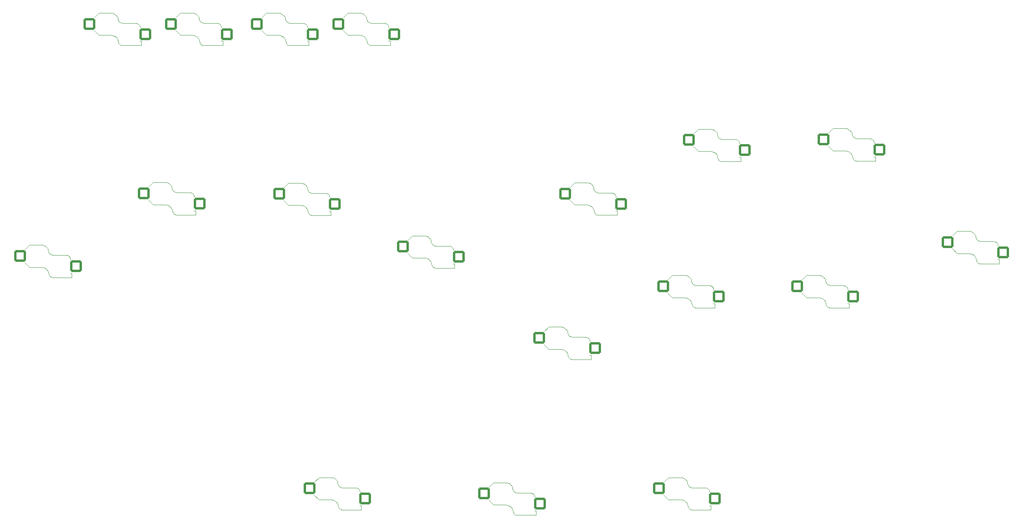
<source format=gbo>
G04 #@! TF.GenerationSoftware,KiCad,Pcbnew,8.0.1*
G04 #@! TF.CreationDate,2024-04-24T00:06:35-04:00*
G04 #@! TF.ProjectId,leviathan,6c657669-6174-4686-916e-2e6b69636164,rev?*
G04 #@! TF.SameCoordinates,Original*
G04 #@! TF.FileFunction,Legend,Bot*
G04 #@! TF.FilePolarity,Positive*
%FSLAX46Y46*%
G04 Gerber Fmt 4.6, Leading zero omitted, Abs format (unit mm)*
G04 Created by KiCad (PCBNEW 8.0.1) date 2024-04-24 00:06:35*
%MOMM*%
%LPD*%
G01*
G04 APERTURE LIST*
G04 Aperture macros list*
%AMRoundRect*
0 Rectangle with rounded corners*
0 $1 Rounding radius*
0 $2 $3 $4 $5 $6 $7 $8 $9 X,Y pos of 4 corners*
0 Add a 4 corners polygon primitive as box body*
4,1,4,$2,$3,$4,$5,$6,$7,$8,$9,$2,$3,0*
0 Add four circle primitives for the rounded corners*
1,1,$1+$1,$2,$3*
1,1,$1+$1,$4,$5*
1,1,$1+$1,$6,$7*
1,1,$1+$1,$8,$9*
0 Add four rect primitives between the rounded corners*
20,1,$1+$1,$2,$3,$4,$5,0*
20,1,$1+$1,$4,$5,$6,$7,0*
20,1,$1+$1,$6,$7,$8,$9,0*
20,1,$1+$1,$8,$9,$2,$3,0*%
G04 Aperture macros list end*
%ADD10C,0.120000*%
%ADD11C,1.900000*%
%ADD12C,1.600000*%
%ADD13C,3.050000*%
%ADD14C,5.050000*%
%ADD15RoundRect,0.250000X-1.025000X-1.000000X1.025000X-1.000000X1.025000X1.000000X-1.025000X1.000000X0*%
%ADD16C,6.400000*%
G04 APERTURE END LIST*
D10*
X117984000Y-60641000D02*
X118921000Y-59704000D01*
X118921000Y-59704000D02*
X121668000Y-59704000D01*
X118921000Y-64496000D02*
X117900000Y-63475000D01*
X121568000Y-64496000D02*
X118921000Y-64496000D01*
X121668000Y-59704000D02*
X122071000Y-59784000D01*
X122071000Y-59784000D02*
X122413000Y-60013000D01*
X122130000Y-64601000D02*
X121568000Y-64496000D01*
X122413000Y-60013000D02*
X122946000Y-60546000D01*
X122609000Y-64900000D02*
X122130000Y-64601000D01*
X122946000Y-60546000D02*
X122946000Y-60768000D01*
X122946000Y-60768000D02*
X123033000Y-61206000D01*
X122947000Y-65353000D02*
X122609000Y-64900000D01*
X123033000Y-61206000D02*
X123277000Y-61573000D01*
X123101000Y-65911000D02*
X122947000Y-65353000D01*
X123183000Y-66209000D02*
X123101000Y-65911000D01*
X123277000Y-61573000D02*
X123644000Y-61817000D01*
X123376000Y-66467000D02*
X123183000Y-66209000D01*
X123644000Y-61817000D02*
X124082000Y-61904000D01*
X123650000Y-66637000D02*
X123376000Y-66467000D01*
X123960000Y-66696000D02*
X123650000Y-66637000D01*
X124082000Y-61904000D02*
X126882000Y-61904000D01*
X126882000Y-61904000D02*
X127209000Y-61969000D01*
X127209000Y-61969000D02*
X127492000Y-62158000D01*
X127492000Y-62158000D02*
X127681000Y-62441000D01*
X127681000Y-62441000D02*
X127766000Y-62868000D01*
X127683000Y-65754000D02*
X128046000Y-65754000D01*
X128046000Y-65754000D02*
X128046000Y-66696000D01*
X128046000Y-66696000D02*
X123960000Y-66696000D01*
X144584000Y-71991000D02*
X145521000Y-71054000D01*
X145521000Y-71054000D02*
X148268000Y-71054000D01*
X145521000Y-75846000D02*
X144500000Y-74825000D01*
X148168000Y-75846000D02*
X145521000Y-75846000D01*
X148268000Y-71054000D02*
X148671000Y-71134000D01*
X148671000Y-71134000D02*
X149013000Y-71363000D01*
X148730000Y-75951000D02*
X148168000Y-75846000D01*
X149013000Y-71363000D02*
X149546000Y-71896000D01*
X149209000Y-76250000D02*
X148730000Y-75951000D01*
X149546000Y-71896000D02*
X149546000Y-72118000D01*
X149546000Y-72118000D02*
X149633000Y-72556000D01*
X149547000Y-76703000D02*
X149209000Y-76250000D01*
X149633000Y-72556000D02*
X149877000Y-72923000D01*
X149701000Y-77261000D02*
X149547000Y-76703000D01*
X149783000Y-77559000D02*
X149701000Y-77261000D01*
X149877000Y-72923000D02*
X150244000Y-73167000D01*
X149976000Y-77817000D02*
X149783000Y-77559000D01*
X150244000Y-73167000D02*
X150682000Y-73254000D01*
X150250000Y-77987000D02*
X149976000Y-77817000D01*
X150560000Y-78046000D02*
X150250000Y-77987000D01*
X150682000Y-73254000D02*
X153482000Y-73254000D01*
X153482000Y-73254000D02*
X153809000Y-73319000D01*
X153809000Y-73319000D02*
X154092000Y-73508000D01*
X154092000Y-73508000D02*
X154281000Y-73791000D01*
X154281000Y-73791000D02*
X154366000Y-74218000D01*
X154283000Y-77104000D02*
X154646000Y-77104000D01*
X154646000Y-77104000D02*
X154646000Y-78046000D01*
X154646000Y-78046000D02*
X150560000Y-78046000D01*
X162084000Y-125091000D02*
X163021000Y-124154000D01*
X163021000Y-124154000D02*
X165768000Y-124154000D01*
X163021000Y-128946000D02*
X162000000Y-127925000D01*
X165668000Y-128946000D02*
X163021000Y-128946000D01*
X165768000Y-124154000D02*
X166171000Y-124234000D01*
X166171000Y-124234000D02*
X166513000Y-124463000D01*
X166230000Y-129051000D02*
X165668000Y-128946000D01*
X166513000Y-124463000D02*
X167046000Y-124996000D01*
X166709000Y-129350000D02*
X166230000Y-129051000D01*
X167046000Y-124996000D02*
X167046000Y-125218000D01*
X167046000Y-125218000D02*
X167133000Y-125656000D01*
X167047000Y-129803000D02*
X166709000Y-129350000D01*
X167133000Y-125656000D02*
X167377000Y-126023000D01*
X167201000Y-130361000D02*
X167047000Y-129803000D01*
X167283000Y-130659000D02*
X167201000Y-130361000D01*
X167377000Y-126023000D02*
X167744000Y-126267000D01*
X167476000Y-130917000D02*
X167283000Y-130659000D01*
X167744000Y-126267000D02*
X168182000Y-126354000D01*
X167750000Y-131087000D02*
X167476000Y-130917000D01*
X168060000Y-131146000D02*
X167750000Y-131087000D01*
X168182000Y-126354000D02*
X170982000Y-126354000D01*
X170982000Y-126354000D02*
X171309000Y-126419000D01*
X171309000Y-126419000D02*
X171592000Y-126608000D01*
X171592000Y-126608000D02*
X171781000Y-126891000D01*
X171781000Y-126891000D02*
X171866000Y-127318000D01*
X171783000Y-130204000D02*
X172146000Y-130204000D01*
X172146000Y-130204000D02*
X172146000Y-131146000D01*
X172146000Y-131146000D02*
X168060000Y-131146000D01*
X179524000Y-60581000D02*
X180461000Y-59644000D01*
X180461000Y-59644000D02*
X183208000Y-59644000D01*
X180461000Y-64436000D02*
X179440000Y-63415000D01*
X183108000Y-64436000D02*
X180461000Y-64436000D01*
X183208000Y-59644000D02*
X183611000Y-59724000D01*
X183611000Y-59724000D02*
X183953000Y-59953000D01*
X183670000Y-64541000D02*
X183108000Y-64436000D01*
X183953000Y-59953000D02*
X184486000Y-60486000D01*
X184149000Y-64840000D02*
X183670000Y-64541000D01*
X184486000Y-60486000D02*
X184486000Y-60708000D01*
X184486000Y-60708000D02*
X184573000Y-61146000D01*
X184487000Y-65293000D02*
X184149000Y-64840000D01*
X184573000Y-61146000D02*
X184817000Y-61513000D01*
X184641000Y-65851000D02*
X184487000Y-65293000D01*
X184723000Y-66149000D02*
X184641000Y-65851000D01*
X184817000Y-61513000D02*
X185184000Y-61757000D01*
X184916000Y-66407000D02*
X184723000Y-66149000D01*
X185184000Y-61757000D02*
X185622000Y-61844000D01*
X185190000Y-66577000D02*
X184916000Y-66407000D01*
X185500000Y-66636000D02*
X185190000Y-66577000D01*
X185622000Y-61844000D02*
X188422000Y-61844000D01*
X188422000Y-61844000D02*
X188749000Y-61909000D01*
X188749000Y-61909000D02*
X189032000Y-62098000D01*
X189032000Y-62098000D02*
X189221000Y-62381000D01*
X189221000Y-62381000D02*
X189306000Y-62808000D01*
X189223000Y-65694000D02*
X189586000Y-65694000D01*
X189586000Y-65694000D02*
X189586000Y-66636000D01*
X189586000Y-66636000D02*
X185500000Y-66636000D01*
X206084000Y-49051000D02*
X207021000Y-48114000D01*
X207021000Y-48114000D02*
X209768000Y-48114000D01*
X207021000Y-52906000D02*
X206000000Y-51885000D01*
X209668000Y-52906000D02*
X207021000Y-52906000D01*
X209768000Y-48114000D02*
X210171000Y-48194000D01*
X210171000Y-48194000D02*
X210513000Y-48423000D01*
X210230000Y-53011000D02*
X209668000Y-52906000D01*
X210513000Y-48423000D02*
X211046000Y-48956000D01*
X210709000Y-53310000D02*
X210230000Y-53011000D01*
X211046000Y-48956000D02*
X211046000Y-49178000D01*
X211046000Y-49178000D02*
X211133000Y-49616000D01*
X211047000Y-53763000D02*
X210709000Y-53310000D01*
X211133000Y-49616000D02*
X211377000Y-49983000D01*
X211201000Y-54321000D02*
X211047000Y-53763000D01*
X211283000Y-54619000D02*
X211201000Y-54321000D01*
X211377000Y-49983000D02*
X211744000Y-50227000D01*
X211476000Y-54877000D02*
X211283000Y-54619000D01*
X211744000Y-50227000D02*
X212182000Y-50314000D01*
X211750000Y-55047000D02*
X211476000Y-54877000D01*
X212060000Y-55106000D02*
X211750000Y-55047000D01*
X212182000Y-50314000D02*
X214982000Y-50314000D01*
X214982000Y-50314000D02*
X215309000Y-50379000D01*
X215309000Y-50379000D02*
X215592000Y-50568000D01*
X215592000Y-50568000D02*
X215781000Y-50851000D01*
X215781000Y-50851000D02*
X215866000Y-51278000D01*
X215783000Y-54164000D02*
X216146000Y-54164000D01*
X216146000Y-54164000D02*
X216146000Y-55106000D01*
X216146000Y-55106000D02*
X212060000Y-55106000D01*
X235054000Y-48931000D02*
X235991000Y-47994000D01*
X235991000Y-47994000D02*
X238738000Y-47994000D01*
X235991000Y-52786000D02*
X234970000Y-51765000D01*
X238638000Y-52786000D02*
X235991000Y-52786000D01*
X238738000Y-47994000D02*
X239141000Y-48074000D01*
X239141000Y-48074000D02*
X239483000Y-48303000D01*
X239200000Y-52891000D02*
X238638000Y-52786000D01*
X239483000Y-48303000D02*
X240016000Y-48836000D01*
X239679000Y-53190000D02*
X239200000Y-52891000D01*
X240016000Y-48836000D02*
X240016000Y-49058000D01*
X240016000Y-49058000D02*
X240103000Y-49496000D01*
X240017000Y-53643000D02*
X239679000Y-53190000D01*
X240103000Y-49496000D02*
X240347000Y-49863000D01*
X240171000Y-54201000D02*
X240017000Y-53643000D01*
X240253000Y-54499000D02*
X240171000Y-54201000D01*
X240347000Y-49863000D02*
X240714000Y-50107000D01*
X240446000Y-54757000D02*
X240253000Y-54499000D01*
X240714000Y-50107000D02*
X241152000Y-50194000D01*
X240720000Y-54927000D02*
X240446000Y-54757000D01*
X241030000Y-54986000D02*
X240720000Y-54927000D01*
X241152000Y-50194000D02*
X243952000Y-50194000D01*
X243952000Y-50194000D02*
X244279000Y-50259000D01*
X244279000Y-50259000D02*
X244562000Y-50448000D01*
X244562000Y-50448000D02*
X244751000Y-50731000D01*
X244751000Y-50731000D02*
X244836000Y-51158000D01*
X244753000Y-54044000D02*
X245116000Y-54044000D01*
X245116000Y-54044000D02*
X245116000Y-54986000D01*
X245116000Y-54986000D02*
X241030000Y-54986000D01*
X173914000Y-91621000D02*
X174851000Y-90684000D01*
X174851000Y-90684000D02*
X177598000Y-90684000D01*
X174851000Y-95476000D02*
X173830000Y-94455000D01*
X177498000Y-95476000D02*
X174851000Y-95476000D01*
X177598000Y-90684000D02*
X178001000Y-90764000D01*
X178001000Y-90764000D02*
X178343000Y-90993000D01*
X178060000Y-95581000D02*
X177498000Y-95476000D01*
X178343000Y-90993000D02*
X178876000Y-91526000D01*
X178539000Y-95880000D02*
X178060000Y-95581000D01*
X178876000Y-91526000D02*
X178876000Y-91748000D01*
X178876000Y-91748000D02*
X178963000Y-92186000D01*
X178877000Y-96333000D02*
X178539000Y-95880000D01*
X178963000Y-92186000D02*
X179207000Y-92553000D01*
X179031000Y-96891000D02*
X178877000Y-96333000D01*
X179113000Y-97189000D02*
X179031000Y-96891000D01*
X179207000Y-92553000D02*
X179574000Y-92797000D01*
X179306000Y-97447000D02*
X179113000Y-97189000D01*
X179574000Y-92797000D02*
X180012000Y-92884000D01*
X179580000Y-97617000D02*
X179306000Y-97447000D01*
X179890000Y-97676000D02*
X179580000Y-97617000D01*
X180012000Y-92884000D02*
X182812000Y-92884000D01*
X182812000Y-92884000D02*
X183139000Y-92949000D01*
X183139000Y-92949000D02*
X183422000Y-93138000D01*
X183422000Y-93138000D02*
X183611000Y-93421000D01*
X183611000Y-93421000D02*
X183696000Y-93848000D01*
X183613000Y-96734000D02*
X183976000Y-96734000D01*
X183976000Y-96734000D02*
X183976000Y-97676000D01*
X183976000Y-97676000D02*
X179890000Y-97676000D01*
X200524000Y-80511000D02*
X201461000Y-79574000D01*
X201461000Y-79574000D02*
X204208000Y-79574000D01*
X201461000Y-84366000D02*
X200440000Y-83345000D01*
X204108000Y-84366000D02*
X201461000Y-84366000D01*
X204208000Y-79574000D02*
X204611000Y-79654000D01*
X204611000Y-79654000D02*
X204953000Y-79883000D01*
X204670000Y-84471000D02*
X204108000Y-84366000D01*
X204953000Y-79883000D02*
X205486000Y-80416000D01*
X205149000Y-84770000D02*
X204670000Y-84471000D01*
X205486000Y-80416000D02*
X205486000Y-80638000D01*
X205486000Y-80638000D02*
X205573000Y-81076000D01*
X205487000Y-85223000D02*
X205149000Y-84770000D01*
X205573000Y-81076000D02*
X205817000Y-81443000D01*
X205641000Y-85781000D02*
X205487000Y-85223000D01*
X205723000Y-86079000D02*
X205641000Y-85781000D01*
X205817000Y-81443000D02*
X206184000Y-81687000D01*
X205916000Y-86337000D02*
X205723000Y-86079000D01*
X206184000Y-81687000D02*
X206622000Y-81774000D01*
X206190000Y-86507000D02*
X205916000Y-86337000D01*
X206500000Y-86566000D02*
X206190000Y-86507000D01*
X206622000Y-81774000D02*
X209422000Y-81774000D01*
X209422000Y-81774000D02*
X209749000Y-81839000D01*
X209749000Y-81839000D02*
X210032000Y-82028000D01*
X210032000Y-82028000D02*
X210221000Y-82311000D01*
X210221000Y-82311000D02*
X210306000Y-82738000D01*
X210223000Y-85624000D02*
X210586000Y-85624000D01*
X210586000Y-85624000D02*
X210586000Y-86566000D01*
X210586000Y-86566000D02*
X206500000Y-86566000D01*
X229374000Y-80511000D02*
X230311000Y-79574000D01*
X230311000Y-79574000D02*
X233058000Y-79574000D01*
X230311000Y-84366000D02*
X229290000Y-83345000D01*
X232958000Y-84366000D02*
X230311000Y-84366000D01*
X233058000Y-79574000D02*
X233461000Y-79654000D01*
X233461000Y-79654000D02*
X233803000Y-79883000D01*
X233520000Y-84471000D02*
X232958000Y-84366000D01*
X233803000Y-79883000D02*
X234336000Y-80416000D01*
X233999000Y-84770000D02*
X233520000Y-84471000D01*
X234336000Y-80416000D02*
X234336000Y-80638000D01*
X234336000Y-80638000D02*
X234423000Y-81076000D01*
X234337000Y-85223000D02*
X233999000Y-84770000D01*
X234423000Y-81076000D02*
X234667000Y-81443000D01*
X234491000Y-85781000D02*
X234337000Y-85223000D01*
X234573000Y-86079000D02*
X234491000Y-85781000D01*
X234667000Y-81443000D02*
X235034000Y-81687000D01*
X234766000Y-86337000D02*
X234573000Y-86079000D01*
X235034000Y-81687000D02*
X235472000Y-81774000D01*
X235040000Y-86507000D02*
X234766000Y-86337000D01*
X235350000Y-86566000D02*
X235040000Y-86507000D01*
X235472000Y-81774000D02*
X238272000Y-81774000D01*
X238272000Y-81774000D02*
X238599000Y-81839000D01*
X238599000Y-81839000D02*
X238882000Y-82028000D01*
X238882000Y-82028000D02*
X239071000Y-82311000D01*
X239071000Y-82311000D02*
X239156000Y-82738000D01*
X239073000Y-85624000D02*
X239436000Y-85624000D01*
X239436000Y-85624000D02*
X239436000Y-86566000D01*
X239436000Y-86566000D02*
X235350000Y-86566000D01*
X88889000Y-60521000D02*
X89826000Y-59584000D01*
X89826000Y-59584000D02*
X92573000Y-59584000D01*
X89826000Y-64376000D02*
X88805000Y-63355000D01*
X92473000Y-64376000D02*
X89826000Y-64376000D01*
X92573000Y-59584000D02*
X92976000Y-59664000D01*
X92976000Y-59664000D02*
X93318000Y-59893000D01*
X93035000Y-64481000D02*
X92473000Y-64376000D01*
X93318000Y-59893000D02*
X93851000Y-60426000D01*
X93514000Y-64780000D02*
X93035000Y-64481000D01*
X93851000Y-60426000D02*
X93851000Y-60648000D01*
X93851000Y-60648000D02*
X93938000Y-61086000D01*
X93852000Y-65233000D02*
X93514000Y-64780000D01*
X93938000Y-61086000D02*
X94182000Y-61453000D01*
X94006000Y-65791000D02*
X93852000Y-65233000D01*
X94088000Y-66089000D02*
X94006000Y-65791000D01*
X94182000Y-61453000D02*
X94549000Y-61697000D01*
X94281000Y-66347000D02*
X94088000Y-66089000D01*
X94549000Y-61697000D02*
X94987000Y-61784000D01*
X94555000Y-66517000D02*
X94281000Y-66347000D01*
X94865000Y-66576000D02*
X94555000Y-66517000D01*
X94987000Y-61784000D02*
X97787000Y-61784000D01*
X97787000Y-61784000D02*
X98114000Y-61849000D01*
X98114000Y-61849000D02*
X98397000Y-62038000D01*
X98397000Y-62038000D02*
X98586000Y-62321000D01*
X98586000Y-62321000D02*
X98671000Y-62748000D01*
X98588000Y-65634000D02*
X98951000Y-65634000D01*
X98951000Y-65634000D02*
X98951000Y-66576000D01*
X98951000Y-66576000D02*
X94865000Y-66576000D01*
X94721500Y-24091000D02*
X95658500Y-23154000D01*
X95658500Y-23154000D02*
X98405500Y-23154000D01*
X95658500Y-27946000D02*
X94637500Y-26925000D01*
X98305500Y-27946000D02*
X95658500Y-27946000D01*
X98405500Y-23154000D02*
X98808500Y-23234000D01*
X98808500Y-23234000D02*
X99150500Y-23463000D01*
X98867500Y-28051000D02*
X98305500Y-27946000D01*
X99150500Y-23463000D02*
X99683500Y-23996000D01*
X99346500Y-28350000D02*
X98867500Y-28051000D01*
X99683500Y-23996000D02*
X99683500Y-24218000D01*
X99683500Y-24218000D02*
X99770500Y-24656000D01*
X99684500Y-28803000D02*
X99346500Y-28350000D01*
X99770500Y-24656000D02*
X100014500Y-25023000D01*
X99838500Y-29361000D02*
X99684500Y-28803000D01*
X99920500Y-29659000D02*
X99838500Y-29361000D01*
X100014500Y-25023000D02*
X100381500Y-25267000D01*
X100113500Y-29917000D02*
X99920500Y-29659000D01*
X100381500Y-25267000D02*
X100819500Y-25354000D01*
X100387500Y-30087000D02*
X100113500Y-29917000D01*
X100697500Y-30146000D02*
X100387500Y-30087000D01*
X100819500Y-25354000D02*
X103619500Y-25354000D01*
X103619500Y-25354000D02*
X103946500Y-25419000D01*
X103946500Y-25419000D02*
X104229500Y-25608000D01*
X104229500Y-25608000D02*
X104418500Y-25891000D01*
X104418500Y-25891000D02*
X104503500Y-26318000D01*
X104420500Y-29204000D02*
X104783500Y-29204000D01*
X104783500Y-29204000D02*
X104783500Y-30146000D01*
X104783500Y-30146000D02*
X100697500Y-30146000D01*
X113220500Y-24091000D02*
X114157500Y-23154000D01*
X114157500Y-23154000D02*
X116904500Y-23154000D01*
X114157500Y-27946000D02*
X113136500Y-26925000D01*
X116804500Y-27946000D02*
X114157500Y-27946000D01*
X116904500Y-23154000D02*
X117307500Y-23234000D01*
X117307500Y-23234000D02*
X117649500Y-23463000D01*
X117366500Y-28051000D02*
X116804500Y-27946000D01*
X117649500Y-23463000D02*
X118182500Y-23996000D01*
X117845500Y-28350000D02*
X117366500Y-28051000D01*
X118182500Y-23996000D02*
X118182500Y-24218000D01*
X118182500Y-24218000D02*
X118269500Y-24656000D01*
X118183500Y-28803000D02*
X117845500Y-28350000D01*
X118269500Y-24656000D02*
X118513500Y-25023000D01*
X118337500Y-29361000D02*
X118183500Y-28803000D01*
X118419500Y-29659000D02*
X118337500Y-29361000D01*
X118513500Y-25023000D02*
X118880500Y-25267000D01*
X118612500Y-29917000D02*
X118419500Y-29659000D01*
X118880500Y-25267000D02*
X119318500Y-25354000D01*
X118886500Y-30087000D02*
X118612500Y-29917000D01*
X119196500Y-30146000D02*
X118886500Y-30087000D01*
X119318500Y-25354000D02*
X122118500Y-25354000D01*
X122118500Y-25354000D02*
X122445500Y-25419000D01*
X122445500Y-25419000D02*
X122728500Y-25608000D01*
X122728500Y-25608000D02*
X122917500Y-25891000D01*
X122917500Y-25891000D02*
X123002500Y-26318000D01*
X122919500Y-29204000D02*
X123282500Y-29204000D01*
X123282500Y-29204000D02*
X123282500Y-30146000D01*
X123282500Y-30146000D02*
X119196500Y-30146000D01*
X77221500Y-24091000D02*
X78158500Y-23154000D01*
X78158500Y-23154000D02*
X80905500Y-23154000D01*
X78158500Y-27946000D02*
X77137500Y-26925000D01*
X80805500Y-27946000D02*
X78158500Y-27946000D01*
X80905500Y-23154000D02*
X81308500Y-23234000D01*
X81308500Y-23234000D02*
X81650500Y-23463000D01*
X81367500Y-28051000D02*
X80805500Y-27946000D01*
X81650500Y-23463000D02*
X82183500Y-23996000D01*
X81846500Y-28350000D02*
X81367500Y-28051000D01*
X82183500Y-23996000D02*
X82183500Y-24218000D01*
X82183500Y-24218000D02*
X82270500Y-24656000D01*
X82184500Y-28803000D02*
X81846500Y-28350000D01*
X82270500Y-24656000D02*
X82514500Y-25023000D01*
X82338500Y-29361000D02*
X82184500Y-28803000D01*
X82420500Y-29659000D02*
X82338500Y-29361000D01*
X82514500Y-25023000D02*
X82881500Y-25267000D01*
X82613500Y-29917000D02*
X82420500Y-29659000D01*
X82881500Y-25267000D02*
X83319500Y-25354000D01*
X82887500Y-30087000D02*
X82613500Y-29917000D01*
X83197500Y-30146000D02*
X82887500Y-30087000D01*
X83319500Y-25354000D02*
X86119500Y-25354000D01*
X86119500Y-25354000D02*
X86446500Y-25419000D01*
X86446500Y-25419000D02*
X86729500Y-25608000D01*
X86729500Y-25608000D02*
X86918500Y-25891000D01*
X86918500Y-25891000D02*
X87003500Y-26318000D01*
X86920500Y-29204000D02*
X87283500Y-29204000D01*
X87283500Y-29204000D02*
X87283500Y-30146000D01*
X87283500Y-30146000D02*
X83197500Y-30146000D01*
X130721500Y-24091000D02*
X131658500Y-23154000D01*
X131658500Y-23154000D02*
X134405500Y-23154000D01*
X131658500Y-27946000D02*
X130637500Y-26925000D01*
X134305500Y-27946000D02*
X131658500Y-27946000D01*
X134405500Y-23154000D02*
X134808500Y-23234000D01*
X134808500Y-23234000D02*
X135150500Y-23463000D01*
X134867500Y-28051000D02*
X134305500Y-27946000D01*
X135150500Y-23463000D02*
X135683500Y-23996000D01*
X135346500Y-28350000D02*
X134867500Y-28051000D01*
X135683500Y-23996000D02*
X135683500Y-24218000D01*
X135683500Y-24218000D02*
X135770500Y-24656000D01*
X135684500Y-28803000D02*
X135346500Y-28350000D01*
X135770500Y-24656000D02*
X136014500Y-25023000D01*
X135838500Y-29361000D02*
X135684500Y-28803000D01*
X135920500Y-29659000D02*
X135838500Y-29361000D01*
X136014500Y-25023000D02*
X136381500Y-25267000D01*
X136113500Y-29917000D02*
X135920500Y-29659000D01*
X136381500Y-25267000D02*
X136819500Y-25354000D01*
X136387500Y-30087000D02*
X136113500Y-29917000D01*
X136697500Y-30146000D02*
X136387500Y-30087000D01*
X136819500Y-25354000D02*
X139619500Y-25354000D01*
X139619500Y-25354000D02*
X139946500Y-25419000D01*
X139946500Y-25419000D02*
X140229500Y-25608000D01*
X140229500Y-25608000D02*
X140418500Y-25891000D01*
X140418500Y-25891000D02*
X140503500Y-26318000D01*
X140420500Y-29204000D02*
X140783500Y-29204000D01*
X140783500Y-29204000D02*
X140783500Y-30146000D01*
X140783500Y-30146000D02*
X136697500Y-30146000D01*
X62289000Y-73991000D02*
X63226000Y-73054000D01*
X63226000Y-73054000D02*
X65973000Y-73054000D01*
X63226000Y-77846000D02*
X62205000Y-76825000D01*
X65873000Y-77846000D02*
X63226000Y-77846000D01*
X65973000Y-73054000D02*
X66376000Y-73134000D01*
X66376000Y-73134000D02*
X66718000Y-73363000D01*
X66435000Y-77951000D02*
X65873000Y-77846000D01*
X66718000Y-73363000D02*
X67251000Y-73896000D01*
X66914000Y-78250000D02*
X66435000Y-77951000D01*
X67251000Y-73896000D02*
X67251000Y-74118000D01*
X67251000Y-74118000D02*
X67338000Y-74556000D01*
X67252000Y-78703000D02*
X66914000Y-78250000D01*
X67338000Y-74556000D02*
X67582000Y-74923000D01*
X67406000Y-79261000D02*
X67252000Y-78703000D01*
X67488000Y-79559000D02*
X67406000Y-79261000D01*
X67582000Y-74923000D02*
X67949000Y-75167000D01*
X67681000Y-79817000D02*
X67488000Y-79559000D01*
X67949000Y-75167000D02*
X68387000Y-75254000D01*
X67955000Y-79987000D02*
X67681000Y-79817000D01*
X68265000Y-80046000D02*
X67955000Y-79987000D01*
X68387000Y-75254000D02*
X71187000Y-75254000D01*
X71187000Y-75254000D02*
X71514000Y-75319000D01*
X71514000Y-75319000D02*
X71797000Y-75508000D01*
X71797000Y-75508000D02*
X71986000Y-75791000D01*
X71986000Y-75791000D02*
X72071000Y-76218000D01*
X71988000Y-79104000D02*
X72351000Y-79104000D01*
X72351000Y-79104000D02*
X72351000Y-80046000D01*
X72351000Y-80046000D02*
X68265000Y-80046000D01*
X261670255Y-71001082D02*
X262607255Y-70064082D01*
X262607255Y-70064082D02*
X265354255Y-70064082D01*
X262607255Y-74856082D02*
X261586255Y-73835082D01*
X265254255Y-74856082D02*
X262607255Y-74856082D01*
X265354255Y-70064082D02*
X265757255Y-70144082D01*
X265757255Y-70144082D02*
X266099255Y-70373082D01*
X265816255Y-74961082D02*
X265254255Y-74856082D01*
X266099255Y-70373082D02*
X266632255Y-70906082D01*
X266295255Y-75260082D02*
X265816255Y-74961082D01*
X266632255Y-70906082D02*
X266632255Y-71128082D01*
X266632255Y-71128082D02*
X266719255Y-71566082D01*
X266633255Y-75713082D02*
X266295255Y-75260082D01*
X266719255Y-71566082D02*
X266963255Y-71933082D01*
X266787255Y-76271082D02*
X266633255Y-75713082D01*
X266869255Y-76569082D02*
X266787255Y-76271082D01*
X266963255Y-71933082D02*
X267330255Y-72177082D01*
X267062255Y-76827082D02*
X266869255Y-76569082D01*
X267330255Y-72177082D02*
X267768255Y-72264082D01*
X267336255Y-76997082D02*
X267062255Y-76827082D01*
X267646255Y-77056082D02*
X267336255Y-76997082D01*
X267768255Y-72264082D02*
X270568255Y-72264082D01*
X270568255Y-72264082D02*
X270895255Y-72329082D01*
X270895255Y-72329082D02*
X271178255Y-72518082D01*
X271178255Y-72518082D02*
X271367255Y-72801082D01*
X271367255Y-72801082D02*
X271452255Y-73228082D01*
X271369255Y-76114082D02*
X271732255Y-76114082D01*
X271732255Y-76114082D02*
X271732255Y-77056082D01*
X271732255Y-77056082D02*
X267646255Y-77056082D01*
X124504000Y-123971000D02*
X125441000Y-123034000D01*
X125441000Y-123034000D02*
X128188000Y-123034000D01*
X125441000Y-127826000D02*
X124420000Y-126805000D01*
X128088000Y-127826000D02*
X125441000Y-127826000D01*
X128188000Y-123034000D02*
X128591000Y-123114000D01*
X128591000Y-123114000D02*
X128933000Y-123343000D01*
X128650000Y-127931000D02*
X128088000Y-127826000D01*
X128933000Y-123343000D02*
X129466000Y-123876000D01*
X129129000Y-128230000D02*
X128650000Y-127931000D01*
X129466000Y-123876000D02*
X129466000Y-124098000D01*
X129466000Y-124098000D02*
X129553000Y-124536000D01*
X129467000Y-128683000D02*
X129129000Y-128230000D01*
X129553000Y-124536000D02*
X129797000Y-124903000D01*
X129621000Y-129241000D02*
X129467000Y-128683000D01*
X129703000Y-129539000D02*
X129621000Y-129241000D01*
X129797000Y-124903000D02*
X130164000Y-125147000D01*
X129896000Y-129797000D02*
X129703000Y-129539000D01*
X130164000Y-125147000D02*
X130602000Y-125234000D01*
X130170000Y-129967000D02*
X129896000Y-129797000D01*
X130480000Y-130026000D02*
X130170000Y-129967000D01*
X130602000Y-125234000D02*
X133402000Y-125234000D01*
X133402000Y-125234000D02*
X133729000Y-125299000D01*
X133729000Y-125299000D02*
X134012000Y-125488000D01*
X134012000Y-125488000D02*
X134201000Y-125771000D01*
X134201000Y-125771000D02*
X134286000Y-126198000D01*
X134203000Y-129084000D02*
X134566000Y-129084000D01*
X134566000Y-129084000D02*
X134566000Y-130026000D01*
X134566000Y-130026000D02*
X130480000Y-130026000D01*
X199664000Y-123971000D02*
X200601000Y-123034000D01*
X200601000Y-123034000D02*
X203348000Y-123034000D01*
X200601000Y-127826000D02*
X199580000Y-126805000D01*
X203248000Y-127826000D02*
X200601000Y-127826000D01*
X203348000Y-123034000D02*
X203751000Y-123114000D01*
X203751000Y-123114000D02*
X204093000Y-123343000D01*
X203810000Y-127931000D02*
X203248000Y-127826000D01*
X204093000Y-123343000D02*
X204626000Y-123876000D01*
X204289000Y-128230000D02*
X203810000Y-127931000D01*
X204626000Y-123876000D02*
X204626000Y-124098000D01*
X204626000Y-124098000D02*
X204713000Y-124536000D01*
X204627000Y-128683000D02*
X204289000Y-128230000D01*
X204713000Y-124536000D02*
X204957000Y-124903000D01*
X204781000Y-129241000D02*
X204627000Y-128683000D01*
X204863000Y-129539000D02*
X204781000Y-129241000D01*
X204957000Y-124903000D02*
X205324000Y-125147000D01*
X205056000Y-129797000D02*
X204863000Y-129539000D01*
X205324000Y-125147000D02*
X205762000Y-125234000D01*
X205330000Y-129967000D02*
X205056000Y-129797000D01*
X205640000Y-130026000D02*
X205330000Y-129967000D01*
X205762000Y-125234000D02*
X208562000Y-125234000D01*
X208562000Y-125234000D02*
X208889000Y-125299000D01*
X208889000Y-125299000D02*
X209172000Y-125488000D01*
X209172000Y-125488000D02*
X209361000Y-125771000D01*
X209361000Y-125771000D02*
X209446000Y-126198000D01*
X209363000Y-129084000D02*
X209726000Y-129084000D01*
X209726000Y-129084000D02*
X209726000Y-130026000D01*
X209726000Y-130026000D02*
X205640000Y-130026000D01*
%LPC*%
D11*
X114900000Y-68050000D03*
D12*
X115400000Y-73200000D03*
D13*
X120400000Y-62150000D03*
D14*
X120400000Y-68050000D03*
D13*
X125400000Y-64250000D03*
D11*
X125900000Y-68050000D03*
D15*
X116900000Y-62050000D03*
X128900000Y-64250000D03*
D11*
X141500000Y-79400000D03*
D12*
X142000000Y-84550000D03*
D13*
X147000000Y-73500000D03*
D14*
X147000000Y-79400000D03*
D13*
X152000000Y-75600000D03*
D11*
X152500000Y-79400000D03*
D15*
X143500000Y-73400000D03*
X155500000Y-75600000D03*
D11*
X159000000Y-132500000D03*
D12*
X159500000Y-137650000D03*
D13*
X164500000Y-126600000D03*
D14*
X164500000Y-132500000D03*
D13*
X169500000Y-128700000D03*
D11*
X170000000Y-132500000D03*
D15*
X161000000Y-126500000D03*
X173000000Y-128700000D03*
D11*
X176440000Y-67990000D03*
D12*
X176940000Y-73140000D03*
D13*
X181940000Y-62090000D03*
D14*
X181940000Y-67990000D03*
D13*
X186940000Y-64190000D03*
D11*
X187440000Y-67990000D03*
D15*
X178440000Y-61990000D03*
X190440000Y-64190000D03*
D11*
X203000000Y-56460000D03*
D12*
X203500000Y-61610000D03*
D13*
X208500000Y-50560000D03*
D14*
X208500000Y-56460000D03*
D13*
X213500000Y-52660000D03*
D11*
X214000000Y-56460000D03*
D15*
X205000000Y-50460000D03*
X217000000Y-52660000D03*
D11*
X231970000Y-56340000D03*
D12*
X232470000Y-61490000D03*
D13*
X237470000Y-50440000D03*
D14*
X237470000Y-56340000D03*
D13*
X242470000Y-52540000D03*
D11*
X242970000Y-56340000D03*
D15*
X233970000Y-50340000D03*
X245970000Y-52540000D03*
D11*
X170830000Y-99030000D03*
D12*
X171330000Y-104180000D03*
D13*
X176330000Y-93130000D03*
D14*
X176330000Y-99030000D03*
D13*
X181330000Y-95230000D03*
D11*
X181830000Y-99030000D03*
D15*
X172830000Y-93030000D03*
X184830000Y-95230000D03*
D11*
X197440000Y-87920000D03*
D12*
X197940000Y-93070000D03*
D13*
X202940000Y-82020000D03*
D14*
X202940000Y-87920000D03*
D13*
X207940000Y-84120000D03*
D11*
X208440000Y-87920000D03*
D15*
X199440000Y-81920000D03*
X211440000Y-84120000D03*
D11*
X226290000Y-87920000D03*
D12*
X226790000Y-93070000D03*
D13*
X231790000Y-82020000D03*
D14*
X231790000Y-87920000D03*
D13*
X236790000Y-84120000D03*
D11*
X237290000Y-87920000D03*
D15*
X228290000Y-81920000D03*
X240290000Y-84120000D03*
D16*
X60000000Y-30000000D03*
X60000000Y-155000000D03*
X280000000Y-155000000D03*
D11*
X85805000Y-67930000D03*
D12*
X86305000Y-73080000D03*
D13*
X91305000Y-62030000D03*
D14*
X91305000Y-67930000D03*
D13*
X96305000Y-64130000D03*
D11*
X96805000Y-67930000D03*
D15*
X87805000Y-61930000D03*
X99805000Y-64130000D03*
D16*
X280000000Y-30000000D03*
D11*
X91637500Y-31500000D03*
D12*
X92137500Y-36650000D03*
D13*
X97137500Y-25600000D03*
D14*
X97137500Y-31500000D03*
D13*
X102137500Y-27700000D03*
D11*
X102637500Y-31500000D03*
D15*
X93637500Y-25500000D03*
X105637500Y-27700000D03*
D11*
X110136500Y-31500000D03*
D12*
X110636500Y-36650000D03*
D13*
X115636500Y-25600000D03*
D14*
X115636500Y-31500000D03*
D13*
X120636500Y-27700000D03*
D11*
X121136500Y-31500000D03*
D15*
X112136500Y-25500000D03*
X124136500Y-27700000D03*
D11*
X74137500Y-31500000D03*
D12*
X74637500Y-36650000D03*
D13*
X79637500Y-25600000D03*
D14*
X79637500Y-31500000D03*
D13*
X84637500Y-27700000D03*
D11*
X85137500Y-31500000D03*
D15*
X76137500Y-25500000D03*
X88137500Y-27700000D03*
D11*
X127637500Y-31500000D03*
D12*
X128137500Y-36650000D03*
D13*
X133137500Y-25600000D03*
D14*
X133137500Y-31500000D03*
D13*
X138137500Y-27700000D03*
D11*
X138637500Y-31500000D03*
D15*
X129637500Y-25500000D03*
X141637500Y-27700000D03*
D11*
X59205000Y-81400000D03*
D12*
X59705000Y-86550000D03*
D13*
X64705000Y-75500000D03*
D14*
X64705000Y-81400000D03*
D13*
X69705000Y-77600000D03*
D11*
X70205000Y-81400000D03*
D15*
X61205000Y-75400000D03*
X73205000Y-77600000D03*
D11*
X258586255Y-78410082D03*
D12*
X259086255Y-83560082D03*
D13*
X264086255Y-72510082D03*
D14*
X264086255Y-78410082D03*
D13*
X269086255Y-74610082D03*
D11*
X269586255Y-78410082D03*
D15*
X260586255Y-72410082D03*
X272586255Y-74610082D03*
D11*
X121420000Y-131380000D03*
D12*
X121920000Y-136530000D03*
D13*
X126920000Y-125480000D03*
D14*
X126920000Y-131380000D03*
D13*
X131920000Y-127580000D03*
D11*
X132420000Y-131380000D03*
D15*
X123420000Y-125380000D03*
X135420000Y-127580000D03*
D16*
X167000000Y-81000000D03*
X190000000Y-30000000D03*
X170000000Y-155000000D03*
D11*
X196580000Y-131380000D03*
D12*
X197080000Y-136530000D03*
D13*
X202080000Y-125480000D03*
D14*
X202080000Y-131380000D03*
D13*
X207080000Y-127580000D03*
D11*
X207580000Y-131380000D03*
D15*
X198580000Y-125380000D03*
X210580000Y-127580000D03*
%LPD*%
M02*

</source>
